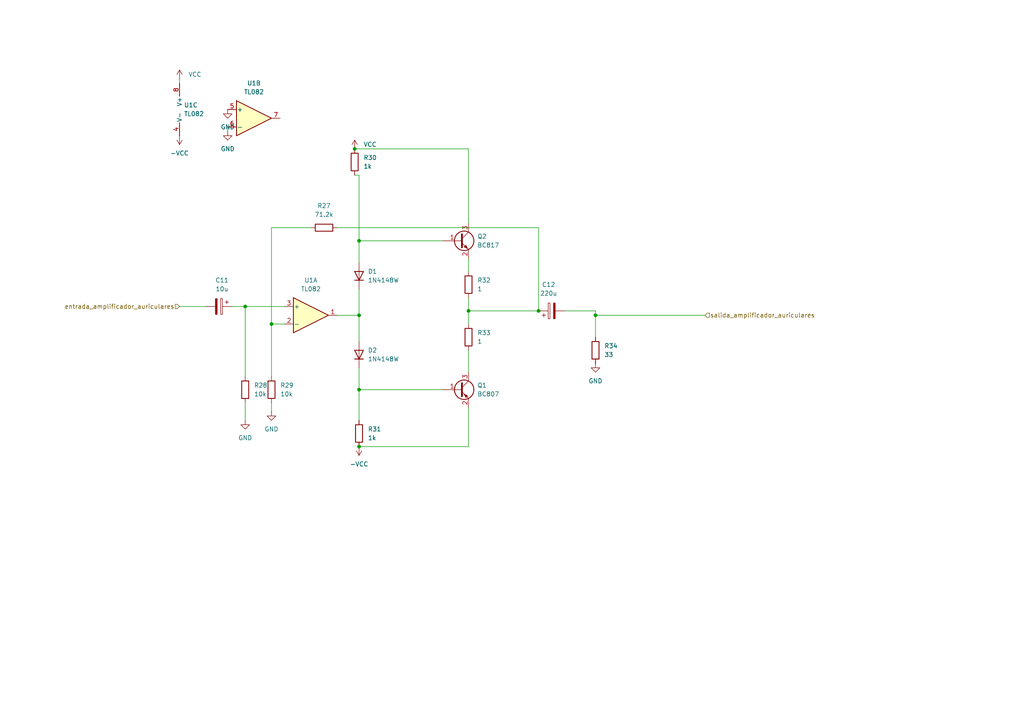
<source format=kicad_sch>
(kicad_sch (version 20231120) (generator "eeschema") (generator_version "8.0")
  (paper "A4")
  (lib_symbols
    (symbol "1n4148w:1N4148W" (pin_numbers hide) (pin_names hide)
      (property "Reference" "D" (at 0 2.54 0))
      (property "Value" "1N4148W" (at 0 -2.54 0))
      (symbol "1N4148W_0_1"
        (polyline (pts (xy -1.27 1.27) (xy -1.27 -1.27)) (stroke (width 0.254)))
        (polyline (pts (xy 1.27 0) (xy -1.27 0)))
        (polyline (pts (xy 1.27 1.27) (xy 1.27 -1.27) (xy -1.27 0) (xy 1.27 1.27)) (stroke (width 0.254)))
      )
      (symbol "1N4148W_1_1"
        (pin passive line (at -3.81 0 0) (length 2.54) (name "K") (number "1"))
        (pin passive line (at 3.81 0 180) (length 2.54) (name "A") (number "2"))
      )
    )
    (symbol "bc807:BC807" (pin_names (offset 0) hide)
      (property "Reference" "Q" (at 5.08 1.905 0))
      (property "Value" "BC807" (at 5.08 0 0))
      (symbol "BC807_0_1"
        (polyline (pts (xy 0.635 0.635) (xy 2.54 2.54)))
        (polyline (pts (xy 0.635 -0.635) (xy 2.54 -2.54) (xy 2.54 -2.54)))
        (polyline (pts (xy 0.635 1.905) (xy 0.635 -1.905) (xy 0.635 -1.905)) (stroke (width 0.508)))
        (polyline (pts (xy 2.286 -1.778) (xy 1.778 -2.286) (xy 1.27 -1.27) (xy 2.286 -1.778) (xy 2.286 -1.778)) (fill (type outline)))
        (circle (center 1.27 0) (radius 2.8194) (stroke (width 0.254)))
      )
      (symbol "BC807_1_1"
        (pin input line (at -5.08 0 0) (length 5.715) (name "B") (number "1"))
        (pin passive line (at 2.54 -5.08 90) (length 2.54) (name "E") (number "2"))
        (pin passive line (at 2.54 5.08 270) (length 2.54) (name "C") (number "3"))
      )
    )
    (symbol "bc817:BC817" (pin_names (offset 0) hide)
      (property "Reference" "Q" (at 5.08 1.905 0))
      (property "Value" "BC817" (at 5.08 0 0))
      (symbol "BC817_0_1"
        (polyline (pts (xy 0.635 0.635) (xy 2.54 2.54)))
        (polyline (pts (xy 0.635 -0.635) (xy 2.54 -2.54) (xy 2.54 -2.54)))
        (polyline (pts (xy 0.635 1.905) (xy 0.635 -1.905) (xy 0.635 -1.905)) (stroke (width 0.508)))
        (polyline (pts (xy 1.27 -1.778) (xy 1.778 -1.27) (xy 2.286 -2.286) (xy 1.27 -1.778) (xy 1.27 -1.778)) (fill (type outline)))
        (circle (center 1.27 0) (radius 2.8194) (stroke (width 0.254)))
      )
      (symbol "BC817_1_1"
        (pin input line (at -5.08 0 0) (length 5.715) (name "B") (number "1"))
        (pin passive line (at 2.54 -5.08 90) (length 2.54) (name "E") (number "2"))
        (pin passive line (at 2.54 5.08 270) (length 2.54) (name "C") (number "3"))
      )
    )
    (symbol "c_polarized:C_Polarized" (pin_numbers hide) (pin_names (offset 0.254))
      (property "Reference" "C" (at 0.635 2.54 0))
      (property "Value" "C_Polarized" (at 0.635 -2.54 0))
      (symbol "C_Polarized_0_1"
        (rectangle (start -2.286 0.508) (end 2.286 1.016))
        (polyline (pts (xy -1.778 2.286) (xy -0.762 2.286)))
        (polyline (pts (xy -1.27 2.794) (xy -1.27 1.778)))
        (rectangle (start 2.286 -0.508) (end -2.286 -1.016) (fill (type outline)))
      )
      (symbol "C_Polarized_1_1"
        (pin passive line (at 0 3.81 270) (length 2.794) (name "~") (number "1"))
        (pin passive line (at 0 -3.81 90) (length 2.794) (name "~") (number "2"))
      )
    )
    (symbol "power:GND" (power) (pin_numbers hide) (pin_names (offset 0) hide)
      (property "Value" "GND" (at 0 -3.81 0))
      (symbol "GND_0_1"
        (polyline (pts (xy 0 0) (xy 0 -1.27) (xy 1.27 -1.27) (xy 0 -2.54) (xy -1.27 -1.27) (xy 0 -1.27)))
      )
      (symbol "GND_1_1"
        (pin power_in line (at 0 0 270) (length 0) (name "~") (number "1"))
      )
    )
    (symbol "power:VCC" (power) (pin_numbers hide) (pin_names (offset 0) hide)
      (property "Value" "VCC" (at 0 3.556 0))
      (symbol "VCC_0_1"
        (polyline (pts (xy -0.762 1.27) (xy 0 2.54)))
        (polyline (pts (xy 0 0) (xy 0 2.54)))
        (polyline (pts (xy 0 2.54) (xy 0.762 1.27)))
      )
      (symbol "VCC_1_1"
        (pin power_in line (at 0 0 90) (length 0) (name "~") (number "1"))
      )
    )
    (symbol "r:R" (pin_numbers hide) (pin_names (offset 0))
      (property "Reference" "R" (at 2.032 0 90))
      (property "Value" "R" (at 0 0 90))
      (symbol "R_0_1"
        (rectangle (start -1.016 -2.54) (end 1.016 2.54) (stroke (width 0.254)))
      )
      (symbol "R_1_1"
        (pin passive line (at 0 3.81 270) (length 1.27) (name "~") (number "1"))
        (pin passive line (at 0 -3.81 90) (length 1.27) (name "~") (number "2"))
      )
    )
    (symbol "tl082:TL082" (pin_names (offset 0.127))
      (property "Reference" "U" (at 0 5.08 0))
      (property "Value" "TL082" (at 0 -5.08 0))
      (symbol "TL082_1_1"
        (polyline (pts (xy -5.08 5.08) (xy 5.08 0) (xy -5.08 -5.08) (xy -5.08 5.08)) (stroke (width 0.254)) (fill (type background)))
        (pin output line (at 7.62 0 180) (length 2.54) (name "~") (number "1"))
        (pin input line (at -7.62 -2.54 0) (length 2.54) (name "-") (number "2"))
        (pin input line (at -7.62 2.54 0) (length 2.54) (name "+") (number "3"))
      )
      (symbol "TL082_2_1"
        (polyline (pts (xy -5.08 5.08) (xy 5.08 0) (xy -5.08 -5.08) (xy -5.08 5.08)) (stroke (width 0.254)) (fill (type background)))
        (pin input line (at -7.62 2.54 0) (length 2.54) (name "+") (number "5"))
        (pin input line (at -7.62 -2.54 0) (length 2.54) (name "-") (number "6"))
        (pin output line (at 7.62 0 180) (length 2.54) (name "~") (number "7"))
      )
      (symbol "TL082_3_1"
        (pin power_in line (at -2.54 -7.62 90) (length 3.81) (name "V-") (number "4"))
        (pin power_in line (at -2.54 7.62 270) (length 3.81) (name "V+") (number "8"))
      )
    )
  )
  (junction (at 135.89 90.17))
  (junction (at 102.87 43.18))
  (junction (at 104.14 113.03))
  (junction (at 172.72 91.44))
  (junction (at 71.12 88.9))
  (junction (at 78.74 93.98))
  (junction (at 104.14 91.44))
  (junction (at 104.14 69.85))
  (junction (at 156.21 90.17))
  (junction (at 104.14 129.54))
  (wire (pts (xy 78.74 116.84) (xy 78.74 119.38)))
  (wire (pts (xy 71.12 88.9) (xy 71.12 109.22)))
  (wire (pts (xy 67.31 88.9) (xy 71.12 88.9)))
  (wire (pts (xy 172.72 91.44) (xy 172.72 97.79)))
  (wire (pts (xy 104.14 69.85) (xy 128.27 69.85)))
  (wire (pts (xy 104.14 76.2) (xy 104.14 69.85)))
  (wire (pts (xy 163.83 90.17) (xy 172.72 90.17)))
  (wire (pts (xy 78.74 93.98) (xy 78.74 66.04)))
  (wire (pts (xy 135.89 129.54) (xy 104.14 129.54)))
  (wire (pts (xy 78.74 66.04) (xy 90.17 66.04)))
  (wire (pts (xy 52.07 22.86) (xy 52.07 24.13)))
  (wire (pts (xy 135.89 90.17) (xy 135.89 93.98)))
  (wire (pts (xy 135.89 101.6) (xy 135.89 107.95)))
  (wire (pts (xy 172.72 91.44) (xy 204.47 91.44)))
  (wire (pts (xy 135.89 86.36) (xy 135.89 90.17)))
  (wire (pts (xy 78.74 93.98) (xy 82.55 93.98)))
  (wire (pts (xy 52.07 88.9) (xy 59.69 88.9)))
  (wire (pts (xy 104.14 91.44) (xy 104.14 99.06)))
  (wire (pts (xy 135.89 74.93) (xy 135.89 78.74)))
  (wire (pts (xy 104.14 69.85) (xy 104.14 50.8)))
  (wire (pts (xy 104.14 113.03) (xy 128.27 113.03)))
  (wire (pts (xy 97.79 91.44) (xy 104.14 91.44)))
  (wire (pts (xy 78.74 109.22) (xy 78.74 93.98)))
  (wire (pts (xy 135.89 90.17) (xy 156.21 90.17)))
  (wire (pts (xy 172.72 90.17) (xy 172.72 91.44)))
  (wire (pts (xy 104.14 113.03) (xy 104.14 121.92)))
  (wire (pts (xy 97.79 66.04) (xy 156.21 66.04)))
  (wire (pts (xy 156.21 66.04) (xy 156.21 90.17)))
  (wire (pts (xy 71.12 88.9) (xy 82.55 88.9)))
  (wire (pts (xy 135.89 43.18) (xy 102.87 43.18)))
  (wire (pts (xy 104.14 91.44) (xy 104.14 83.82)))
  (wire (pts (xy 104.14 106.68) (xy 104.14 113.03)))
  (wire (pts (xy 71.12 116.84) (xy 71.12 121.92)))
  (wire (pts (xy 104.14 50.8) (xy 102.87 50.8)))
  (wire (pts (xy 66.04 38.1) (xy 66.04 36.83)))
  (wire (pts (xy 135.89 64.77) (xy 135.89 43.18)))
  (wire (pts (xy 135.89 118.11) (xy 135.89 129.54)))
  (hierarchical_label "salida_amplificador_auriculares" (shape input) (at 204.47 91.44 0))
  (hierarchical_label "entrada_amplificador_auriculares" (shape input) (at 52.07 88.9 180))
  (symbol (lib_id "power:VCC") (at 52.07 39.37 180) (unit 1)
    (property "Reference" "#PWR010" (effects (hide yes)))
    (property "Value" "-VCC" (at 52.07 44.45 0))
    (property "Description" "Power symbol creates a global label with name \"VCC\"" (effects (hide yes)))
  )
  (symbol (lib_id "r:R") (at 135.89 97.79 0) (unit 1)
    (property "Reference" "R33" (at 138.43 96.5199 0) (effects (justify left)))
    (property "Value" "1" (at 138.43 99.0599 0) (effects (justify left)))
    (property "Footprint" "huellas_mm:R_0805_2012Metric_Pad1.20x1.40mm_HandSolder" (effects (hide yes)))
    (property "Description" "Resistor" (effects (hide yes)))
  )
  (symbol (lib_id "r:R") (at 78.74 113.03 0) (unit 1)
    (property "Reference" "R29" (at 81.28 111.7599 0) (effects (justify left)))
    (property "Value" "10k" (at 81.28 114.2999 0) (effects (justify left)))
    (property "Footprint" "huellas_mm:R_0805_2012Metric_Pad1.20x1.40mm_HandSolder" (effects (hide yes)))
    (property "Description" "Resistor" (effects (hide yes)))
  )
  (symbol (lib_id "tl082:TL082") (at 54.61 31.75 0) (unit 3)
    (property "Reference" "U1" (at 53.34 30.4799 0) (effects (justify left)))
    (property "Value" "TL082" (at 53.34 33.0199 0) (effects (justify left)))
    (property "Footprint" "huellas_mm:SOIC-8_3.9x4.9mm_P1.27mm" (effects (hide yes)))
    (property "Datasheet" "http://www.ti.com/lit/ds/symlink/tl081.pdf" (effects (hide yes)))
    (property "Description" "Dual JFET-Input Operational Amplifiers, DIP-8/SOIC-8/SSOP-8" (effects (hide yes)))
  )
  (symbol (lib_id "r:R") (at 172.72 101.6 0) (unit 1)
    (property "Reference" "R34" (at 175.26 100.3299 0) (effects (justify left)))
    (property "Value" "33" (at 175.26 102.8699 0) (effects (justify left)))
    (property "Footprint" "huellas_mm:R_0805_2012Metric_Pad1.20x1.40mm_HandSolder" (effects (hide yes)))
    (property "Description" "Resistor" (effects (hide yes)))
  )
  (symbol (lib_id "c_polarized:C_Polarized") (at 160.02 90.17 90) (unit 1)
    (property "Reference" "C12" (at 159.131 82.55 90))
    (property "Value" "220u" (at 159.131 85.09 90))
    (property "Footprint" "huellas_mm:CP_Elec_5x5.3" (effects (hide yes)))
    (property "Description" "Polarized capacitor" (effects (hide yes)))
  )
  (symbol (lib_id "r:R") (at 135.89 82.55 0) (unit 1)
    (property "Reference" "R32" (at 138.43 81.2799 0) (effects (justify left)))
    (property "Value" "1" (at 138.43 83.8199 0) (effects (justify left)))
    (property "Footprint" "huellas_mm:R_0805_2012Metric_Pad1.20x1.40mm_HandSolder" (effects (hide yes)))
    (property "Description" "Resistor" (effects (hide yes)))
  )
  (symbol (lib_id "bc817:BC817") (at 133.35 69.85 0) (unit 1)
    (property "Reference" "Q2" (at 138.43 68.5799 0) (effects (justify left)))
    (property "Value" "BC817" (at 138.43 71.1199 0) (effects (justify left)))
    (property "Footprint" "huellas_mm:SOT-23" (effects (hide yes)))
    (property "Datasheet" "https://www.onsemi.com/pub/Collateral/BC818-D.pdf" (effects (hide yes)))
    (property "Description" "0.8A Ic, 45V Vce, NPN Transistor, SOT-23" (effects (hide yes)))
  )
  (symbol (lib_id "power:GND") (at 66.04 38.1 0) (unit 1)
    (property "Reference" "#PWR08" (effects (hide yes)))
    (property "Value" "GND" (at 66.04 43.18 0))
    (property "Description" "Power symbol creates a global label with name \"GND\" , ground" (effects (hide yes)))
  )
  (symbol (lib_id "power:GND") (at 78.74 119.38 0) (unit 1)
    (property "Reference" "#PWR031" (effects (hide yes)))
    (property "Value" "GND" (at 78.74 124.46 0))
    (property "Description" "Power symbol creates a global label with name \"GND\" , ground" (effects (hide yes)))
  )
  (symbol (lib_id "power:VCC") (at 104.14 129.54 180) (unit 1)
    (property "Reference" "#PWR034" (effects (hide yes)))
    (property "Value" "-VCC" (at 104.14 134.62 0))
    (property "Description" "Power symbol creates a global label with name \"VCC\"" (effects (hide yes)))
  )
  (symbol (lib_id "r:R") (at 102.87 46.99 0) (unit 1)
    (property "Reference" "R30" (at 105.41 45.7199 0) (effects (justify left)))
    (property "Value" "1k" (at 105.41 48.2599 0) (effects (justify left)))
    (property "Footprint" "huellas_mm:R_0805_2012Metric_Pad1.20x1.40mm_HandSolder" (effects (hide yes)))
    (property "Description" "Resistor" (effects (hide yes)))
  )
  (symbol (lib_id "power:GND") (at 66.04 31.75 0) (unit 1)
    (property "Reference" "#PWR06" (effects (hide yes)))
    (property "Value" "GND" (at 66.04 36.83 0))
    (property "Description" "Power symbol creates a global label with name \"GND\" , ground" (effects (hide yes)))
  )
  (symbol (lib_id "power:GND") (at 172.72 105.41 0) (unit 1)
    (property "Reference" "#PWR033" (effects (hide yes)))
    (property "Value" "GND" (at 172.72 110.49 0))
    (property "Description" "Power symbol creates a global label with name \"GND\" , ground" (effects (hide yes)))
  )
  (symbol (lib_id "r:R") (at 104.14 125.73 0) (unit 1)
    (property "Reference" "R31" (at 106.68 124.4599 0) (effects (justify left)))
    (property "Value" "1k" (at 106.68 126.9999 0) (effects (justify left)))
    (property "Footprint" "huellas_mm:R_0805_2012Metric_Pad1.20x1.40mm_HandSolder" (effects (hide yes)))
    (property "Description" "Resistor" (effects (hide yes)))
  )
  (symbol (lib_id "power:VCC") (at 102.87 43.18 0) (unit 1)
    (property "Reference" "#PWR032" (effects (hide yes)))
    (property "Value" "VCC" (at 105.41 41.9099 0) (effects (justify left)))
    (property "Description" "Power symbol creates a global label with name \"VCC\"" (effects (hide yes)))
  )
  (symbol (lib_id "tl082:TL082") (at 73.66 34.29 0) (unit 2)
    (property "Reference" "U1" (at 73.66 24.13 0))
    (property "Value" "TL082" (at 73.66 26.67 0))
    (property "Footprint" "huellas_mm:SOIC-8_3.9x4.9mm_P1.27mm" (effects (hide yes)))
    (property "Datasheet" "http://www.ti.com/lit/ds/symlink/tl081.pdf" (effects (hide yes)))
    (property "Description" "Dual JFET-Input Operational Amplifiers, DIP-8/SOIC-8/SSOP-8" (effects (hide yes)))
  )
  (symbol (lib_id "r:R") (at 71.12 113.03 0) (unit 1)
    (property "Reference" "R28" (at 73.66 111.7599 0) (effects (justify left)))
    (property "Value" "10k" (at 73.66 114.2999 0) (effects (justify left)))
    (property "Footprint" "huellas_mm:R_0805_2012Metric_Pad1.20x1.40mm_HandSolder" (effects (hide yes)))
    (property "Description" "Resistor" (effects (hide yes)))
  )
  (symbol (lib_id "power:GND") (at 71.12 121.92 0) (unit 1)
    (property "Reference" "#PWR030" (effects (hide yes)))
    (property "Value" "GND" (at 71.12 127 0))
    (property "Description" "Power symbol creates a global label with name \"GND\" , ground" (effects (hide yes)))
  )
  (symbol (lib_id "bc807:BC807") (at 133.35 113.03 0) (unit 1)
    (property "Reference" "Q1" (at 138.43 111.7599 0) (effects (justify left)))
    (property "Value" "BC807" (at 138.43 114.2999 0) (effects (justify left)))
    (property "Footprint" "huellas_mm:SOT-23" (effects (hide yes)))
    (property "Datasheet" "https://www.onsemi.com/pub/Collateral/BC808-D.pdf" (effects (hide yes)))
    (property "Description" "0.8A Ic, 45V Vce, PNP Transistor, SOT-23" (effects (hide yes)))
  )
  (symbol (lib_id "tl082:TL082") (at 90.17 91.44 0) (unit 1)
    (property "Reference" "U1" (at 90.17 81.28 0))
    (property "Value" "TL082" (at 90.17 83.82 0))
    (property "Footprint" "huellas_mm:SOIC-8_3.9x4.9mm_P1.27mm" (effects (hide yes)))
    (property "Datasheet" "http://www.ti.com/lit/ds/symlink/tl081.pdf" (effects (hide yes)))
    (property "Description" "Dual JFET-Input Operational Amplifiers, DIP-8/SOIC-8/SSOP-8" (effects (hide yes)))
  )
  (symbol (lib_id "1n4148w:1N4148W") (at 104.14 80.01 90) (unit 1)
    (property "Reference" "D1" (at 106.68 78.7399 90) (effects (justify right)))
    (property "Value" "1N4148W" (at 106.68 81.2799 90) (effects (justify right)))
    (property "Footprint" "huellas_mm:D_SOD-123" (effects (hide yes)))
    (property "Datasheet" "https://www.vishay.com/docs/85748/1n4148w.pdf" (effects (hide yes)))
    (property "Description" "75V 0.15A Fast Switching Diode, SOD-123" (effects (hide yes)))
    (property "Sim.Device" "D" (effects (hide yes)))
    (property "Sim.Pins" "1=K 2=A" (effects (hide yes)))
  )
  (symbol (lib_id "1n4148w:1N4148W") (at 104.14 102.87 90) (unit 1)
    (property "Reference" "D2" (at 106.68 101.5999 90) (effects (justify right)))
    (property "Value" "1N4148W" (at 106.68 104.1399 90) (effects (justify right)))
    (property "Footprint" "huellas_mm:D_SOD-123" (effects (hide yes)))
    (property "Datasheet" "https://www.vishay.com/docs/85748/1n4148w.pdf" (effects (hide yes)))
    (property "Description" "75V 0.15A Fast Switching Diode, SOD-123" (effects (hide yes)))
    (property "Sim.Device" "D" (effects (hide yes)))
    (property "Sim.Pins" "1=K 2=A" (effects (hide yes)))
  )
  (symbol (lib_id "power:VCC") (at 52.07 22.86 0) (unit 1)
    (property "Reference" "#PWR09" (effects (hide yes)))
    (property "Value" "VCC" (at 54.61 21.5899 0) (effects (justify left)))
    (property "Description" "Power symbol creates a global label with name \"VCC\"" (effects (hide yes)))
  )
  (symbol (lib_id "r:R") (at 93.98 66.04 90) (unit 1)
    (property "Reference" "R27" (at 93.98 59.69 90))
    (property "Value" "71.2k" (at 93.98 62.23 90))
    (property "Footprint" "huellas_mm:R_0805_2012Metric_Pad1.20x1.40mm_HandSolder" (effects (hide yes)))
    (property "Description" "Resistor" (effects (hide yes)))
  )
  (symbol (lib_id "c_polarized:C_Polarized") (at 63.5 88.9 270) (unit 1)
    (property "Reference" "C11" (at 64.389 81.28 90))
    (property "Value" "10u" (at 64.389 83.82 90))
    (property "Footprint" "huellas_mm:CP_Elec_5x5.3" (effects (hide yes)))
    (property "Description" "Polarized capacitor" (effects (hide yes)))
  )
)
</source>
